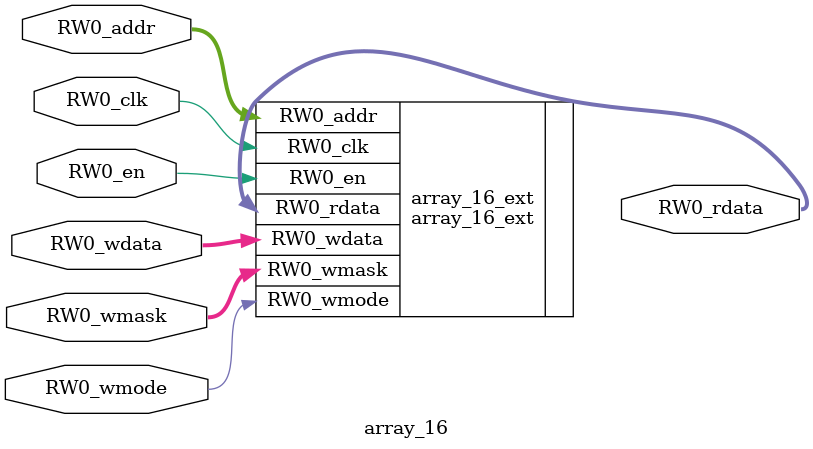
<source format=sv>
`ifndef RANDOMIZE
  `ifdef RANDOMIZE_MEM_INIT
    `define RANDOMIZE
  `endif // RANDOMIZE_MEM_INIT
`endif // not def RANDOMIZE
`ifndef RANDOMIZE
  `ifdef RANDOMIZE_REG_INIT
    `define RANDOMIZE
  `endif // RANDOMIZE_REG_INIT
`endif // not def RANDOMIZE

`ifndef RANDOM
  `define RANDOM $random
`endif // not def RANDOM

// Users can define INIT_RANDOM as general code that gets injected into the
// initializer block for modules with registers.
`ifndef INIT_RANDOM
  `define INIT_RANDOM
`endif // not def INIT_RANDOM

// If using random initialization, you can also define RANDOMIZE_DELAY to
// customize the delay used, otherwise 0.002 is used.
`ifndef RANDOMIZE_DELAY
  `define RANDOMIZE_DELAY 0.002
`endif // not def RANDOMIZE_DELAY

// Define INIT_RANDOM_PROLOG_ for use in our modules below.
`ifndef INIT_RANDOM_PROLOG_
  `ifdef RANDOMIZE
    `ifdef VERILATOR
      `define INIT_RANDOM_PROLOG_ `INIT_RANDOM
    `else  // VERILATOR
      `define INIT_RANDOM_PROLOG_ `INIT_RANDOM #`RANDOMIZE_DELAY begin end
    `endif // VERILATOR
  `else  // RANDOMIZE
    `define INIT_RANDOM_PROLOG_
  `endif // RANDOMIZE
`endif // not def INIT_RANDOM_PROLOG_

// Include register initializers in init blocks unless synthesis is set
`ifndef SYNTHESIS
  `ifndef ENABLE_INITIAL_REG_
    `define ENABLE_INITIAL_REG_
  `endif // not def ENABLE_INITIAL_REG_
`endif // not def SYNTHESIS

// Include rmemory initializers in init blocks unless synthesis is set
`ifndef SYNTHESIS
  `ifndef ENABLE_INITIAL_MEM_
    `define ENABLE_INITIAL_MEM_
  `endif // not def ENABLE_INITIAL_MEM_
`endif // not def SYNTHESIS

module array_16(
  input  [9:0]    RW0_addr,
  input           RW0_en,
  input           RW0_clk,
  input           RW0_wmode,
  input  [2111:0] RW0_wdata,
  output [2111:0] RW0_rdata,
  input  [15:0]   RW0_wmask
);

  array_16_ext array_16_ext (
    .RW0_addr  (RW0_addr),
    .RW0_en    (RW0_en),
    .RW0_clk   (RW0_clk),
    .RW0_wmode (RW0_wmode),
    .RW0_wdata (RW0_wdata),
    .RW0_rdata (RW0_rdata),
    .RW0_wmask (RW0_wmask)
  );
endmodule


</source>
